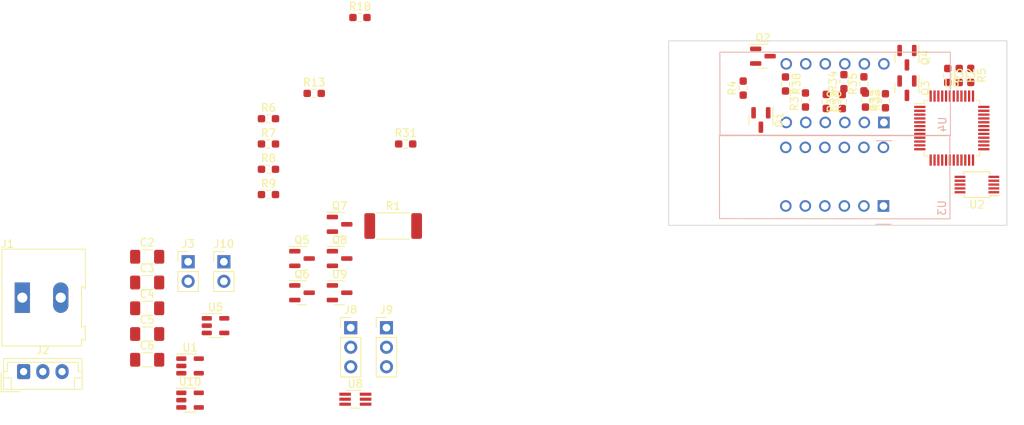
<source format=kicad_pcb>
(kicad_pcb (version 20221018) (generator pcbnew)
  (layers (0 "F.Cu" signal) (1 "In1.Cu" signal) (2 "In2.Cu" signal) (31 "B.Cu" signal) (34 "B.Paste" user) (35 "F.Paste" user) (36 "B.SilkS" user "B.Silkscreen") (37 "F.SilkS" user "F.Silkscreen") (38 "B.Mask" user) (39 "F.Mask" user) (44 "Edge.Cuts" user))
  (net 0 "")
  (net 1 "current_in_pos")
  (net 2 "current_in_neg")
  (net 3 "V_in_pos")
  (net 4 "0")
  (net 5 "PSU")
  (net 6 "Net-(Q1-B)")
  (net 7 "Net-(Q1-C)")
  (net 8 "Net-(Q2-B)")
  (net 9 "Net-(Q2-C)")
  (net 10 "Net-(Q3-B)")
  (net 11 "Net-(Q3-C)")
  (net 12 "Net-(Q4-B)")
  (net 13 "Net-(Q4-C)")
  (net 14 "Net-(Q5-B)")
  (net 15 "Net-(Q5-C)")
  (net 16 "Net-(Q6-B)")
  (net 17 "Net-(Q6-C)")
  (net 18 "Net-(Q7-B)")
  (net 19 "Net-(Q7-C)")
  (net 20 "Net-(Q8-B)")
  (net 21 "Net-(Q8-C)")
  (net 22 "CC4")
  (net 23 "CC3")
  (net 24 "CC2")
  (net 25 "CC1")
  (net 26 "CC8")
  (net 27 "CC7")
  (net 28 "CC6")
  (net 29 "CC5")
  (net 30 "3.3V")
  (net 31 "2.5V")
  (net 32 "CAL")
  (net 33 "STATE")
  (net 34 "I_OUT")
  (net 35 "Net-(U2-IN+)")
  (net 36 "Net-(U6-NRST)")
  (net 37 "Net-(J8-Pin_2)")
  (net 38 "USART_TX")
  (net 39 "USART_RX")
  (net 40 "E")
  (net 41 "D")
  (net 42 "DP")
  (net 43 "C")
  (net 44 "G")
  (net 45 "B")
  (net 46 "F")
  (net 47 "A")
  (net 48 "SWCLK")
  (net 49 "CNV_START")
  (net 50 "SPI_MOSI")
  (net 51 "SPI_CLK")
  (net 52 "SPI_MISO")
  (net 53 "VA_SEL")
  (net 54 "V_RANGE")
  (net 55 "Net-(U6-PB14)")
  (net 56 "Net-(U6-PB11)")
  (net 57 "Net-(U6-PB12)")
  (net 58 "Net-(U6-PA12)")
  (net 59 "V_IN_MUX")
  (net 61 "Net-(U6-PA9)")
  (net 62 "Net-(U6-PA10)")
  (net 63 "Net-(U6-PA11)")
  (net 64 "Net-(U6-PA8)")
  (net 74 "SWDIO")
  (net 75 "Net-(U5-+)")
  (net 76 "Net-(U5--)")
  (footprint "Package_QFP:LQFP-48_7x7mm_P0.5mm" (layer "F.Cu") (at 167.7375 45.65)
    (fp_text reference "U6" (at 0 -5.85) (layer "F.SilkS"))
    (fp_text value "STM32L010C6Tx")
    (fp_line (start -3.61 -3.61) (end -3.61 -3.16) (stroke (width 0.12)) (layer "F.SilkS"))
    (fp_line (start -3.61 -3.16) (end -4.9 -3.16) (stroke (width 0.12)) (layer "F.SilkS"))
    (fp_line (start -3.61 3.61) (end -3.61 3.16) (stroke (width 0.12)) (layer "F.SilkS"))
    (fp_line (start -3.16 -3.61) (end -3.61 -3.61) (stroke (width 0.12)) (layer "F.SilkS"))
    (fp_line (start -3.16 3.61) (end -3.61 3.61) (stroke (width 0.12)) (layer "F.SilkS"))
    (fp_line (start 3.16 -3.61) (end 3.61 -3.61) (stroke (width 0.12)) (layer "F.SilkS"))
    (fp_line (start 3.16 3.61) (end 3.61 3.61) (stroke (width 0.12)) (layer "F.SilkS"))
    (fp_line (start 3.61 -3.61) (end 3.61 -3.16) (stroke (width 0.12)) (layer "F.SilkS"))
    (fp_line (start 3.61 3.61) (end 3.61 3.16) (stroke (width 0.12)) (layer "F.SilkS"))
    (pad "1" smd roundrect (at -4.1625 -2.75) (size 1.475 0.3) (layers "F.Cu" "F.Paste" "F.Mask") (net 32 "CAL"))
    (pad "2" smd roundrect (at -4.1625 -2.25) (size 1.475 0.3) (layers "F.Cu" "F.Paste" "F.Mask") (net 33 "STATE"))
    (pad "3" smd roundrect (at -4.1625 -1.75) (size 1.475 0.3) (layers "F.Cu" "F.Paste" "F.Mask"))
    (pad "4" smd roundrect (at -4.1625 -1.25) (size 1.475 0.3) (layers "F.Cu" "F.Paste" "F.Mask"))
    (pad "5" smd roundrect (at -4.1625 -0.75) (size 1.475 0.3) (layers "F.Cu" "F.Paste" "F.Mask"))
    (pad "6" smd roundrect (at -4.1625 -0.25) (size 1.475 0.3) (layers "F.Cu" "F.Paste" "F.Mask"))
    (pad "7" smd roundrect (at -4.1625 0.25) (size 1.475 0.3) (layers "F.Cu" "F.Paste" "F.Mask") (net 36 "Net-(U6-NRST)"))
    (pad "8" smd roundrect (at -4.1625 0.75) (size 1.475 0.3) (layers "F.Cu" "F.Paste" "F.Mask") (net 4 "0"))
    (pad "9" smd roundrect (at -4.1625 1.25) (size 1.475 0.3) (layers "F.Cu" "F.Paste" "F.Mask") (net 30 "3.3V"))
    (pad "10" smd roundrect (at -4.1625 1.75) (size 1.475 0.3) (layers "F.Cu" "F.Paste" "F.Mask"))
    (pad "11" smd roundrect (at -4.1625 2.25) (size 1.475 0.3) (layers "F.Cu" "F.Paste" "F.Mask"))
    (pad "12" smd roundrect (at -4.1625 2.75) (size 1.475 0.3) (layers "F.Cu" "F.Paste" "F.Mask") (net 38 "USART_TX"))
    (pad "13" smd roundrect (at -2.75 4.1625) (size 0.3 1.475) (layers "F.Cu" "F.Paste" "F.Mask") (net 39 "USART_RX"))
    (pad "14" smd roundrect (at -2.25 4.1625) (size 0.3 1.475) (layers "F.Cu" "F.Paste" "F.Mask") (net 49 "CNV_START"))
    (pad "15" smd roundrect (at -1.75 4.1625) (size 0.3 1.475) (layers "F.Cu" "F.Paste" "F.Mask") (net 51 "SPI_CLK"))
    (pad "16" smd roundrect (at -1.25 4.1625) (size 0.3 1.475) (layers "F.Cu" "F.Paste" "F.Mask") (net 52 "SPI_MISO"))
    (pad "17" smd roundrect (at -0.75 4.1625) (size 0.3 1.475) (layers "F.Cu" "F.Paste" "F.Mask") (net 50 "SPI_MOSI"))
    (pad "18" smd roundrect (at -0.25 4.1625) (size 0.3 1.475) (layers "F.Cu" "F.Paste" "F.Mask") (net 29 "CC5"))
    (pad "19" smd roundrect (at 0.25 4.1625) (size 0.3 1.475) (layers "F.Cu" "F.Paste" "F.Mask") (net 28 "CC6"))
    (pad "20" smd roundrect (at 0.75 4.1625) (size 0.3 1.475) (layers "F.Cu" "F.Paste" "F.Mask") (net 27 "CC7"))
    (pad "21" smd roundrect (at 1.25 4.1625) (size 0.3 1.475) (layers "F.Cu" "F.Paste" "F.Mask") (net 26 "CC8"))
    (pad "22" smd roundrect (at 1.75 4.1625) (size 0.3 1.475) (layers "F.Cu" "F.Paste" "F.Mask") (net 56 "Net-(U6-PB11)"))
    (pad "23" smd roundrect (at 2.25 4.1625) (size 0.3 1.475) (layers "F.Cu" "F.Paste" "F.Mask") (net 4 "0"))
    (pad "24" smd roundrect (at 2.75 4.1625) (size 0.3 1.475) (layers "F.Cu" "F.Paste" "F.Mask") (net 30 "3.3V"))
    (pad "25" smd roundrect (at 4.1625 2.75) (size 1.475 0.3) (layers "F.Cu" "F.Paste" "F.Mask") (net 57 "Net-(U6-PB12)"))
    (pad "26" smd roundrect (at 4.1625 2.25) (size 1.475 0.3) (layers "F.Cu" "F.Paste" "F.Mask"))
    (pad "27" smd roundrect (at 4.1625 1.75) (size 1.475 0.3) (layers "F.Cu" "F.Paste" "F.Mask") (net 55 "Net-(U6-PB14)"))
    (pad "28" smd roundrect (at 4.1625 1.25) (size 1.475 0.3) (layers "F.Cu" "F.Paste" "F.Mask"))
    (pad "29" smd roundrect (at 4.1625 0.75) (size 1.475 0.3) (layers "F.Cu" "F.Paste" "F.Mask") (net 64 "Net-(U6-PA8)"))
    (pad "30" smd roundrect (at 4.1625 0.25) (size 1.475 0.3) (layers "F.Cu" "F.Paste" "F.Mask") (net 61 "Net-(U6-PA9)"))
    (pad "31" smd roundrect (at 4.1625 -0.25) (size 1.475 0.3) (layers "F.Cu" "F.Paste" "F.Mask") (net 62 "Net-(U6-PA10)"))
    (pad "32" smd roundrect (at 4.1625 -0.75) (size 1.475 0.3) (layers "F.Cu" "F.Paste" "F.Mask") (net 63 "Net-(U6-PA11)"))
    (pad "33" smd roundrect (at 4.1625 -1.25) (size 1.475 0.3) (layers "F.Cu" "F.Paste" "F.Mask") (net 58 "Net-(U6-PA12)"))
    (pad "34" smd roundrect (at 4.1625 -1.75) (size 1.475 0.3) (layers "F.Cu" "F.Paste" "F.Mask") (net 74 "SWDIO"))
    (pad "35" smd roundrect (at 4.1625 -2.25) (size 1.475 0.3) (layers "F.Cu" "F.Paste" "F.Mask") (net 4 "0"))
    (pad "36" smd roundrect (at 4.1625 -2.75) (size 1.475 0.3) (layers "F.Cu" "F.Paste" "F.Mask") (net 30 "3.3V"))
    (pad "37" smd roundrect (at 2.75 -4.1625) (size 0.3 1.475) (layers "F.Cu" "F.Paste" "F.Mask") (net 48 "SWCLK"))
    (pad "38" smd roundrect (at 2.25 -4.1625) (size 0.3 1.475) (layers "F.Cu" "F.Paste" "F.Mask"))
    (pad "39" smd roundrect (at 1.75 -4.1625) (size 0.3 1.475) (layers "F.Cu" "F.Paste" "F.Mask") (net 25 "CC1"))
    (pad "40" smd roundrect (at 1.25 -4.1625) (size 0.3 1.475) (layers "F.Cu" "F.Paste" "F.Mask") (net 24 "CC2"))
    (pad "41" smd roundrect (at 0.75 -4.1625) (size 0.3 1.475) (layers "F.Cu" "F.Paste" "F.Mask") (net 23 "CC3"))
    (pad "42" smd roundrect (at 0.25 -4.1625) (size 0.3 1.475) (layers "F.Cu" "F.Paste" "F.Mask") (net 53 "VA_SEL"))
    (pad "43" smd roundrect (at -0.25 -4.1625) (size 0.3 1.475) (layers "F.Cu" "F.Paste" "F.Mask") (net 54 "V_RANGE"))
    (pad "44" smd roundrect (at -0.75 -4.1625) (size 0.3 1.475) (layers "F.Cu" "F.Paste" "F.Mask") (net 37 "Net-(J8-Pin_2)"))
    (pad "45" smd roundrect (at -1.25 -4.1625) (size 0.3 1.475) (layers "F.Cu" "F.Paste" "F.Mask") (net 59 "V_IN_MUX"))
    (pad "46" smd roundrect (at -1.75 -4.1625) (size 0.3 1.475) (layers "F.Cu" "F.Paste" "F.Mask") (net 22 "CC4"))
    (pad "47" smd roundrect (at -2.25 -4.1625) (size 0.3 1.475) (layers "F.Cu" "F.Paste" "F.Mask") (net 4 "0"))
    (pad "48" smd roundrect (at -2.75 -4.1625) (size 0.3 1.475) (layers "F.Cu" "F.Paste" "F.Mask") (net 30 "3.3V"))
  )
  (footprint "Package_TO_SOT_SMD:SOT-23" (layer "F.Cu") (at 143.1625 36.3)
    (fp_text reference "Q2" (at 0 -2.4) (layer "F.SilkS"))
    (fp_text value "BC817")
    (fp_line (start 0 -1.56) (end -1.675 -1.56) (stroke (width 0.12)) (layer "F.SilkS"))
    (fp_line (start 0 -1.56) (end 0.65 -1.56) (stroke (width 0.12)) (layer "F.SilkS"))
    (fp_line (start 0 1.56) (end -0.65 1.56) (stroke (width 0.12)) (layer "F.SilkS"))
    (fp_line (start 0 1.56) (end 0.65 1.56) (stroke (width 0.12)) (layer "F.SilkS"))
    (pad "1" smd roundrect (at -0.9375 -0.95) (size 1.475 0.6) (layers "F.Cu" "F.Paste" "F.Mask") (net 8 "Net-(Q2-B)"))
    (pad "2" smd roundrect (at -0.9375 0.95) (size 1.475 0.6) (layers "F.Cu" "F.Paste" "F.Mask") (net 4 "0"))
    (pad "3" smd roundrect (at 0.9375 0) (size 1.475 0.6) (layers "F.Cu" "F.Paste" "F.Mask") (net 9 "Net-(Q2-C)"))
  )
  (footprint "Package_TO_SOT_SMD:SOT-23-5" (layer "F.Cu") (at 68.65 81.04)
    (fp_text reference "U10" (at 0 -2.4) (layer "F.SilkS"))
    (fp_text value "AP2112K-3.3")
    (fp_line (start 0 -1.56) (end -1.8 -1.56) (stroke (width 0.12)) (layer "F.SilkS"))
    (fp_line (start 0 -1.56) (end 0.8 -1.56) (stroke (width 0.12)) (layer "F.SilkS"))
    (fp_line (start 0 1.56) (end -0.8 1.56) (stroke (width 0.12)) (layer "F.SilkS"))
    (fp_line (start 0 1.56) (end 0.8 1.56) (stroke (width 0.12)) (layer "F.SilkS"))
    (pad "1" smd roundrect (at -1.1375 -0.95) (size 1.325 0.6) (layers "F.Cu" "F.Paste" "F.Mask") (net 5 "PSU"))
    (pad "2" smd roundrect (at -1.1375 0) (size 1.325 0.6) (layers "F.Cu" "F.Paste" "F.Mask") (net 4 "0"))
    (pad "3" smd roundrect (at -1.1375 0.95) (size 1.325 0.6) (layers "F.Cu" "F.Paste" "F.Mask") (net 30 "3.3V"))
    (pad "4" smd roundrect (at 1.1375 0.95) (size 1.325 0.6) (layers "F.Cu" "F.Paste" "F.Mask"))
    (pad "5" smd roundrect (at 1.1375 -0.95) (size 1.325 0.6) (layers "F.Cu" "F.Paste" "F.Mask") (net 30 "3.3V"))
  )
  (footprint "Package_TO_SOT_SMD:SOT-23" (layer "F.Cu") (at 88.1 62.62)
    (fp_text reference "Q8" (at 0 -2.4) (layer "F.SilkS"))
    (fp_text value "BC817")
    (fp_line (start 0 -1.56) (end -1.675 -1.56) (stroke (width 0.12)) (layer "F.SilkS"))
    (fp_line (start 0 -1.56) (end 0.65 -1.56) (stroke (width 0.12)) (layer "F.SilkS"))
    (fp_line (start 0 1.56) (end -0.65 1.56) (stroke (width 0.12)) (layer "F.SilkS"))
    (fp_line (start 0 1.56) (end 0.65 1.56) (stroke (width 0.12)) (layer "F.SilkS"))
    (pad "1" smd roundrect (at -0.9375 -0.95) (size 1.475 0.6) (layers "F.Cu" "F.Paste" "F.Mask") (net 20 "Net-(Q8-B)"))
    (pad "2" smd roundrect (at -0.9375 0.95) (size 1.475 0.6) (layers "F.Cu" "F.Paste" "F.Mask") (net 4 "0"))
    (pad "3" smd roundrect (at 0.9375 0) (size 1.475 0.6) (layers "F.Cu" "F.Paste" "F.Mask") (net 21 "Net-(Q8-C)"))
  )
  (footprint "Resistor_SMD:R_0603_1608Metric_Pad0.98x0.95mm_HandSolder" (layer "F.Cu") (at 153.7 39.6125 90)
    (fp_text reference "R34" (at 0 -1.43 90) (layer "F.SilkS"))
    (fp_text value "220")
    (fp_line (start -0.254724 -0.5225) (end 0.254724 -0.5225) (stroke (width 0.12)) (layer "F.SilkS"))
    (fp_line (start -0.254724 0.5225) (end 0.254724 0.5225) (stroke (width 0.12)) (layer "F.SilkS"))
    (pad "1" smd roundrect (at -0.9125 0 90) (size 0.975 0.95) (layers "F.Cu" "F.Paste" "F.Mask") (net 57 "Net-(U6-PB12)"))
    (pad "2" smd roundrect (at 0.9125 0 90) (size 0.975 0.95) (layers "F.Cu" "F.Paste" "F.Mask") (net 46 "F"))
  )
  (footprint "Package_TO_SOT_SMD:SOT-23" (layer "F.Cu") (at 161.9 36.5 -90)
    (fp_text reference "Q4" (at 0 -2.4 90) (layer "F.SilkS"))
    (fp_text value "BC817")
    (fp_line (start 0 -1.56) (end -1.675 -1.56) (stroke (width 0.12)) (layer "F.SilkS"))
    (fp_line (start 0 -1.56) (end 0.65 -1.56) (stroke (width 0.12)) (layer "F.SilkS"))
    (fp_line (start 0 1.56) (end -0.65 1.56) (stroke (width 0.12)) (layer "F.SilkS"))
    (fp_line (start 0 1.56) (end 0.65 1.56) (stroke (width 0.12)) (layer "F.SilkS"))
    (pad "1" smd roundrect (at -0.9375 -0.95 270) (size 1.475 0.6) (layers "F.Cu" "F.Paste" "F.Mask") (net 12 "Net-(Q4-B)"))
    (pad "2" smd roundrect (at -0.9375 0.95 270) (size 1.475 0.6) (layers "F.Cu" "F.Paste" "F.Mask") (net 4 "0"))
    (pad "3" smd roundrect (at 0.9375 0 270) (size 1.475 0.6) (layers "F.Cu" "F.Paste" "F.Mask") (net 13 "Net-(Q4-C)"))
  )
  (footprint "Resistor_SMD:R_0603_1608Metric_Pad0.98x0.95mm_HandSolder" (layer "F.Cu") (at 78.85 54.3)
    (fp_text reference "R9" (at 0 -1.43) (layer "F.SilkS"))
    (fp_text value "10k")
    (fp_line (start -0.254724 -0.5225) (end 0.254724 -0.5225) (stroke (width 0.12)) (layer "F.SilkS"))
    (fp_line (start -0.254724 0.5225) (end 0.254724 0.5225) (stroke (width 0.12)) (layer "F.SilkS"))
    (pad "1" smd roundrect (at -0.9125 0) (size 0.975 0.95) (layers "F.Cu" "F.Paste" "F.Mask") (net 20 "Net-(Q8-B)"))
    (pad "2" smd roundrect (at 0.9125 0) (size 0.975 0.95) (layers "F.Cu" "F.Paste" "F.Mask") (net 29 "CC5"))
  )
  (footprint "Resistor_SMD:R_0603_1608Metric_Pad0.98x0.95mm_HandSolder" (layer "F.Cu") (at 96.7 47.72)
    (fp_text reference "R31" (at 0 -1.43) (layer "F.SilkS"))
    (fp_text value "25.64k")
    (fp_line (start -0.254724 -0.5225) (end 0.254724 -0.5225) (stroke (width 0.12)) (layer "F.SilkS"))
    (fp_line (start -0.254724 0.5225) (end 0.254724 0.5225) (stroke (width 0.12)) (layer "F.SilkS"))
    (pad "1" smd roundrect (at -0.9125 0) (size 0.975 0.95) (layers "F.Cu" "F.Paste" "F.Mask") (net 75 "Net-(U5-+)"))
    (pad "2" smd roundrect (at 0.9125 0) (size 0.975 0.95) (layers "F.Cu" "F.Paste" "F.Mask") (net 4 "0"))
  )
  (footprint "Capacitor_SMD:C_1206_3216Metric_Pad1.33x1.80mm_HandSolder" (layer "F.Cu") (at 63.07 65.74)
    (fp_text reference "C3" (at 0 -1.85) (layer "F.SilkS"))
    (fp_text value "100n")
    (fp_line (start -0.711252 -0.91) (end 0.711252 -0.91) (stroke (width 0.12)) (layer "F.SilkS"))
    (fp_line (start -0.711252 0.91) (end 0.711252 0.91) (stroke (width 0.12)) (layer "F.SilkS"))
    (pad "1" smd roundrect (at -1.5625 0) (size 1.325 1.8) (layers "F.Cu" "F.Paste" "F.Mask") (roundrect_rratio 0.188679) (net 4 "0"))
    (pad "2" smd roundrect (at 1.5625 0) (size 1.325 1.8) (layers "F.Cu" "F.Paste" "F.Mask") (roundrect_rratio 0.188679) (net 30 "3.3V"))
  )
  (footprint "Resistor_SMD:R_0603_1608Metric_Pad0.98x0.95mm_HandSolder" (layer "F.Cu") (at 78.85 51.01)
    (fp_text reference "R8" (at 0 -1.43) (layer "F.SilkS"))
    (fp_text value "10k")
    (fp_line (start -0.254724 -0.5225) (end 0.254724 -0.5225) (stroke (width 0.12)) (layer "F.SilkS"))
    (fp_line (start -0.254724 0.5225) (end 0.254724 0.5225) (stroke (width 0.12)) (layer "F.SilkS"))
    (pad "1" smd roundrect (at -0.9125 0) (size 0.975 0.95) (layers "F.Cu" "F.Paste" "F.Mask") (net 18 "Net-(Q7-B)"))
    (pad "2" smd roundrect (at 0.9125 0) (size 0.975 0.95) (layers "F.Cu" "F.Paste" "F.Mask") (net 28 "CC6"))
  )
  (footprint "Resistor_SMD:R_0603_1608Metric_Pad0.98x0.95mm_HandSolder" (layer "F.Cu") (at 140.6 40.45 90)
    (fp_text reference "R4" (at 0 -1.43 90) (layer "F.SilkS"))
    (fp_text value "10k")
    (fp_line (start -0.254724 -0.5225) (end 0.254724 -0.5225) (stroke (width 0.12)) (layer "F.SilkS"))
    (fp_line (start -0.254724 0.5225) (end 0.254724 0.5225) (stroke (width 0.12)) (layer "F.SilkS"))
    (pad "1" smd roundrect (at -0.9125 0 90) (size 0.975 0.95) (layers "F.Cu" "F.Paste" "F.Mask") (net 6 "Net-(Q1-B)"))
    (pad "2" smd roundrect (at 0.9125 0 90) (size 0.975 0.95) (layers "F.Cu" "F.Paste" "F.Mask") (net 22 "CC4"))
  )
  (footprint "Resistor_SMD:R_0603_1608Metric_Pad0.98x0.95mm_HandSolder" (layer "F.Cu") (at 156.5 42.0125 -90)
    (fp_text reference "R33" (at 0 -1.43 90) (layer "F.SilkS"))
    (fp_text value "220")
    (fp_line (start -0.254724 -0.5225) (end 0.254724 -0.5225) (stroke (width 0.12)) (layer "F.SilkS"))
    (fp_line (start -0.254724 0.5225) (end 0.254724 0.5225) (stroke (width 0.12)) (layer "F.SilkS"))
    (pad "1" smd roundrect (at -0.9125 0 270) (size 0.975 0.95) (layers "F.Cu" "F.Paste" "F.Mask") (net 56 "Net-(U6-PB11)"))
    (pad "2" smd roundrect (at 0.9125 0 270) (size 0.975 0.95) (layers "F.Cu" "F.Paste" "F.Mask") (net 41 "D"))
  )
  (footprint "Connector_JST:JST_EH_B3B-EH-A_1x03_P2.50mm_Vertical" (layer "F.Cu") (at 47 77.33)
    (fp_text reference "J2" (at 2.5 -2.8) (layer "F.SilkS"))
    (fp_text value "Conn_01x03")
    (fp_line (start -2.91 0.11) (end -2.91 2.61) (stroke (width 0.12)) (layer "F.SilkS"))
    (fp_line (start -2.91 2.61) (end -0.41 2.61) (stroke (width 0.12)) (layer "F.SilkS"))
    (fp_line (start -2.61 -1.71) (end -2.61 2.31) (stroke (width 0.12)) (layer "F.SilkS"))
    (fp_line (start -2.61 0) (end -2.11 0) (stroke (width 0.12)) (layer "F.SilkS"))
    (fp_line (start -2.61 0.81) (end -1.61 0.81) (stroke (width 0.12)) (layer "F.SilkS"))
    (fp_line (start -2.61 2.31) (end 7.61 2.31) (stroke (width 0.12)) (layer "F.SilkS"))
    (fp_line (start -2.11 -1.21) (end 7.11 -1.21) (stroke (width 0.12)) (layer "F.SilkS"))
    (fp_line (start -2.11 0) (end -2.11 -1.21) (stroke (width 0.12)) (layer "F.SilkS"))
    (fp_line (start -1.61 0.81) (end -1.61 2.31) (stroke (width 0.12)) (layer "F.SilkS"))
    (fp_line (start 6.61 0.81) (end 6.61 2.31) (stroke (width 0.12)) (layer "F.SilkS"))
    (fp_line (start 7.11 -1.21) (end 7.11 0) (stroke (width 0.12)) (layer "F.SilkS"))
    (fp_line (start 7.11 0) (end 7.61 0) (stroke (width 0.12)) (layer "F.SilkS"))
    (fp_line (start 7.61 -1.71) (end -2.61 -1.71) (stroke (width 0.12)) (layer "F.SilkS"))
    (fp_line (start 7.61 0.81) (end 6.61 0.81) (stroke (width 0.12)) (layer "F.SilkS"))
    (fp_line (start 7.61 2.31) (end 7.61 -1.71) (stroke (width 0.12)) (layer "F.SilkS"))
    (pad "1" thru_hole roundrect (at 0 0) (size 1.7 1.95) (drill 0.95) (layers "*.Cu" "*.Mask") (roundrect_rratio 0.147059) (net 4 "0"))
    (pad "2" thru_hole oval (at 2.5 0) (size 1.7 1.95) (drill 0.95) (layers "*.Cu" "*.Mask") (net 5 "PSU"))
    (pad "3" thru_hole oval (at 5 0) (size 1.7 1.95) (drill 0.95) (layers "*.Cu" "*.Mask") (net 3 "V_in_pos"))
  )
  (footprint "Resistor_SMD:R_0603_1608Metric_Pad0.98x0.95mm_HandSolder" (layer "F.Cu") (at 78.85 44.43)
    (fp_text reference "R6" (at 0 -1.43) (layer "F.SilkS"))
    (fp_text value "10k")
    (fp_line (start -0.254724 -0.5225) (end 0.254724 -0.5225) (stroke (width 0.12)) (layer "F.SilkS"))
    (fp_line (start -0.254724 0.5225) (end 0.254724 0.5225) (stroke (width 0.12)) (layer "F.SilkS"))
    (pad "1" smd roundrect (at -0.9125 0) (size 0.975 0.95) (layers "F.Cu" "F.Paste" "F.Mask") (net 14 "Net-(Q5-B)"))
    (pad "2" smd roundrect (at 0.9125 0) (size 0.975 0.95) (layers "F.Cu" "F.Paste" "F.Mask") (net 26 "CC8"))
  )
  (footprint "Capacitor_SMD:C_1206_3216Metric_Pad1.33x1.80mm_HandSolder" (layer "F.Cu") (at 63.07 69.09)
    (fp_text reference "C4" (at 0 -1.85) (layer "F.SilkS"))
    (fp_text value "100n")
    (fp_line (start -0.711252 -0.91) (end 0.711252 -0.91) (stroke (width 0.12)) (layer "F.SilkS"))
    (fp_line (start -0.711252 0.91) (end 0.711252 0.91) (stroke (width 0.12)) (layer "F.SilkS"))
    (pad "1" smd roundrect (at -1.5625 0) (size 1.325 1.8) (layers "F.Cu" "F.Paste" "F.Mask") (roundrect_rratio 0.188679) (net 4 "0"))
    (pad "2" smd roundrect (at 1.5625 0) (size 1.325 1.8) (layers "F.Cu" "F.Paste" "F.Mask") (roundrect_rratio 0.188679) (net 30 "3.3V"))
  )
  (footprint "Package_TO_SOT_SMD:SOT-23" (layer "F.Cu") (at 83.21 62.62)
    (fp_text reference "Q5" (at 0 -2.4) (layer "F.SilkS"))
    (fp_text value "BC817")
    (fp_line (start 0 -1.56) (end -1.675 -1.56) (stroke (width 0.12)) (layer "F.SilkS"))
    (fp_line (start 0 -1.56) (end 0.65 -1.56) (stroke (width 0.12)) (layer "F.SilkS"))
    (fp_line (start 0 1.56) (end -0.65 1.56) (stroke (width 0.12)) (layer "F.SilkS"))
    (fp_line (start 0 1.56) (end 0.65 1.56) (stroke (width 0.12)) (layer "F.SilkS"))
    (pad "1" smd roundrect (at -0.9375 -0.95) (size 1.475 0.6) (layers "F.Cu" "F.Paste" "F.Mask") (net 14 "Net-(Q5-B)"))
    (pad "2" smd roundrect (at -0.9375 0.95) (size 1.475 0.6) (layers "F.Cu" "F.Paste" "F.Mask") (net 4 "0"))
    (pad "3" smd roundrect (at 0.9375 0) (size 1.475 0.6) (layers "F.Cu" "F.Paste" "F.Mask") (net 15 "Net-(Q5-C)"))
  )
  (footprint "Package_TO_SOT_SMD:SOT-23-5" (layer "F.Cu") (at 68.65 76.59)
    (fp_text reference "U1" (at 0 -2.4) (layer "F.SilkS"))
    (fp_text value "INA180A1")
    (fp_line (start 0 -1.56) (end -1.8 -1.56) (stroke (width 0.12)) (layer "F.SilkS"))
    (fp_line (start 0 -1.56) (end 0.8 -1.56) (stroke (width 0.12)) (layer "F.SilkS"))
    (fp_line (start 0 1.56) (end -0.8 1.56) (stroke (width 0.12)) (layer "F.SilkS"))
    (fp_line (start 0 1.56) (end 0.8 1.56) (stroke (width 0.12)) (layer "F.SilkS"))
    (pad "1" smd roundrect (at -1.1375 -0.95) (size 1.325 0.6) (layers "F.Cu" "F.Paste" "F.Mask") (net 34 "I_OUT"))
    (pad "2" smd roundrect (at -1.1375 0) (size 1.325 0.6) (layers "F.Cu" "F.Paste" "F.Mask") (net 4 "0"))
    (pad "3" smd roundrect (at -1.1375 0.95) (size 1.325 0.6) (layers "F.Cu" "F.Paste" "F.Mask") (net 1 "current_in_pos"))
    (pad "4" smd roundrect (at 1.1375 0.95) (size 1.325 0.6) (layers "F.Cu" "F.Paste" "F.Mask") (net 2 "current_in_neg"))
    (pad "5" smd roundrect (at 1.1375 -0.95) (size 1.325 0.6) (layers "F.Cu" "F.Paste" "F.Mask") (net 30 "3.3V"))
  )
  (footprint "Capacitor_SMD:C_1206_3216Metric_Pad1.33x1.80mm_HandSolder" (layer "F.Cu") (at 63.07 75.79)
    (fp_text reference "C6" (at 0 -1.85) (layer "F.SilkS"))
    (fp_text value "100n")
    (fp_line (start -0.711252 -0.91) (end 0.711252 -0.91) (stroke (width 0.12)) (layer "F.SilkS"))
    (fp_line (start -0.711252 0.91) (end 0.711252 0.91) (stroke (width 0.12)) (layer "F.SilkS"))
    (pad "1" smd roundrect (at -1.5625 0) (size 1.325 1.8) (layers "F.Cu" "F.Paste" "F.Mask") (roundrect_rratio 0.188679) (net 4 "0"))
    (pad "2" smd roundrect (at 1.5625 0) (size 1.325 1.8) (layers "F.Cu" "F.Paste" "F.Mask") (roundrect_rratio 0.188679) (net 30 "3.3V"))
  )
  (footprint "Resistor_SMD:R_0603_1608Metric_Pad0.98x0.95mm_HandSolder" (layer "F.Cu") (at 159.1 42.1 90)
    (fp_text reference "R32" (at 0 -1.43 90) (layer "F.SilkS"))
    (fp_text value "220")
    (fp_line (start -0.254724 -0.5225) (end 0.254724 -0.5225) (stroke (width 0.12)) (layer "F.SilkS"))
    (fp_line (start -0.254724 0.5225) (end 0.254724 0.5225) (stroke (width 0.12)) (layer "F.SilkS"))
    (pad "1" smd roundrect (at -0.9125 0 90) (size 0.975 0.95) (layers "F.Cu" "F.Paste" "F.Mask") (net 40 "E"))
    (pad "2" smd roundrect (at 0.9125 0 90) (size 0.975 0.95) (layers "F.Cu" "F.Paste" "F.Mask") (net 55 "Net-(U6-PB14)"))
  )
  (footprint "Resistor_SMD:R_0603_1608Metric_Pad0.98x0.95mm_HandSolder" (layer "F.Cu") (at 170.2 38.8 -90)
    (fp_text reference "R5" (at 0 -1.43 90) (layer "F.SilkS"))
    (fp_text value "10k")
    (fp_line (start -0.254724 -0.5225) (end 0.254724 -0.5225) (stroke (width 0.12)) (layer "F.SilkS"))
    (fp_line (start -0.254724 0.5225) (end 0.254724 0.5225) (stroke (width 0.12)) (layer "F.SilkS"))
    (pad "1" smd roundrect (at -0.9125 0 270) (size 0.975 0.95) (layers "F.Cu" "F.Paste" "F.Mask") (net 12 "Net-(Q4-B)"))
    (pad "2" smd roundrect (at 0.9125 0 270) (size 0.975 0.95) (layers "F.Cu" "F.Paste" "F.Mask") (net 25 "CC1"))
  )
  (footprint "Resistor_SMD:R_0603_1608Metric_Pad0.98x0.95mm_HandSolder" (layer "F.Cu") (at 84.8 41.14)
    (fp_text reference "R13" (at 0 -1.43) (layer "F.SilkS"))
    (fp_text value "900k")
    (fp_line (start -0.254724 -0.5225) (end 0.254724 -0.5225) (stroke (width 0.12)) (layer "F.SilkS"))
    (fp_line (start -0.254724 0.5225) (end 0.254724 0.5225) (stroke (width 0.12)) (layer "F.SilkS"))
    (pad "1" smd roundrect (at -0.9125 0) (size 0.975 0.95) (layers "F.Cu" "F.Paste" "F.Mask") (net 30 "3.3V"))
    (pad "2" smd roundrect (at 0.9125 0) (size 0.975 0.95) (layers "F.Cu" "F.Paste" "F.Mask") (net 31 "2.5V"))
  )
  (footprint "Package_TO_SOT_SMD:SOT-23" (layer "F.Cu") (at 88.1 67.07)
    (fp_text reference "U9" (at 0 -2.4) (layer "F.SilkS"))
    (fp_text value "LM4040DBZ-2.5")
    (fp_line (start 0 -1.56) (end -1.675 -1.56) (stroke (width 0.12)) (layer "F.SilkS"))
    (fp_line (start 0 -1.56) (end 0.65 -1.56) (stroke (width 0.12)) (layer "F.SilkS"))
    (fp_line (start 0 1.56) (end -0.65 1.56) (stroke (width 0.12)) (layer "F.SilkS"))
    (fp_line (start 0 1.56) (end 0.65 1.56) (stroke (width 0.12)) (layer "F.SilkS"))
    (pad "1" smd roundrect (at -0.9375 -0.95) (size 1.475 0.6) (layers "F.Cu" "F.Paste" "F.Mask") (net 31 "2.5V"))
    (pad "2" smd roundrect (at -0.9375 0.95) (size 1.475 0.6) (layers "F.Cu" "F.Paste" "F.Mask") (net 4 "0"))
    (pad "3" smd roundrect (at 0.9375 0) (size 1.475 0.6) (layers "F.Cu" "F.Paste" "F.Mask"))
  )
  (footprint "Package_SO:MSOP-10_3x3mm_P0.5mm" (layer "F.Cu") (at 171 53 180)
    (fp_text reference "U2" (at 0 -2.6) (layer "F.SilkS"))
    (fp_text value "MCP33151D-05")
    (fp_line (start -1.675 -1.675) (end -1.675 -1.45) (stroke (width 0.15)) (layer "F.SilkS"))
    (fp_line (start -1.675 -1.675) (end 1.675 -1.675) (stroke (width 0.15)) (layer "F.SilkS"))
    (fp_line (start -1.675 -1.45) (end -2.9 -1.45) (stroke (width 0.15)) (layer "F.SilkS"))
    (fp_line (start -1.675 1.675) (end -1.675 1.375) (stroke (width 0.15)) (layer "F.SilkS"))
    (fp_line (start -1.675 1.675) (end 1.675 1.675) (stroke (width 0.15)) (layer "F.SilkS"))
    (fp_line (start 1.675 -1.675) (end 1.675 -1.375) (stroke (width 0.15)) (layer "F.SilkS"))
    (fp_line (start 1.675 1.675) (end 1.675 1.375) (stroke (width 0.15)) (layer "F.SilkS"))
    (pad "1" smd rect (at -2.2 -1 180) (size 1.4 0.3) (layers "F.Cu" "F.Paste" "F.Mask") (net 31 "2.5V"))
    (pad "2" smd rect (at -2.2 -0.5 180) (size 1.4 0.3) (layers "F.Cu" "F.Paste" "F.Mask") (net 30 "3.3V"))
    (pad "3" smd rect (at -2.2 0 180) (size 1.4 0.3) (layers "F.Cu" "F.Paste" "F.Mask") (net 35 "Net-(U2-IN+)"))
    (pad "4" smd rect (at -2.2 0.5 180) (size 1.4 0.3) (layers "F.Cu" "F.Paste" "F.Mask") (net 4 "0"))
    (pad "5" smd rect (at -2.2 1 180) (size 1.4 0.3) (layers "F.Cu" "F.Paste" "F.Mask") (net 4 "0"))
    (pad "6" smd rect (at 2.2 1 180) (size 1.4 0.3) (layers "F.Cu" "F.Paste" "F.Mask") (net 49 "CNV_START"))
    (pad "7" smd rect (at 2.2 0.5 180) (size 1.4 0.3) (layers "F.Cu" "F.Paste" "F.Mask") (net 50 "SPI_MOSI"))
    (pad "8" smd rect (at 2.2 0 180) (size 1.4 0.3) (layers "F.Cu" "F.Paste" "F.Mask") (net 51 "SPI_CLK"))
    (pad "9" smd rect (at 2.2 -0.5 180) (size 1.4 0.3) (layers "F.Cu" "F.Paste" "F.Mask") (net 52 "SPI_MISO"))
    (pad "10" smd rect (at 2.2 -1 180) (size 1.4 0.3) (layers "F.Cu" "F.Paste" "F.Mask") (net 30 "3.3V"))
  )
  (footprint "Connector_PinHeader_2.54mm:PinHeader_1x03_P2.54mm_Vertical" (layer "F.Cu") (at 89.55 71.62)
    (fp_text reference "J8" (at 0 -2.33) (layer "F.SilkS"))
    (fp_text value "Conn_01x03_Pin")
    (fp_line (start -1.33 -1.33) (end 0 -1.33) (stroke (width 0.12)) (layer "F.SilkS"))
    (fp_line (start -1.33 0) (end -1.33 -1.33) (stroke (width 0.12)) (layer "F.SilkS"))
    (fp_line (start -1.33 1.27) (end -1.33 6.41) (stroke (width 0.12)) (layer "F.SilkS"))
    (fp_line (start -1.33 1.27) (end 1.33 1.27) (stroke (width 0.12)) (layer "F.SilkS"))
    (fp_line (start -1.33 6.41) (end 1.33 6.41) (stroke (width 0.12)) (layer "F.SilkS"))
    (fp_line (start 1.33 1.27) (end 1.33 6.41) (stroke (width 0.12)) (layer "F.SilkS"))
    (pad "1" thru_hole rect (at 0 0) (size 1.7 1.7) (drill 1) (layers "*.Cu" "*.Mask") (net 30 "3.3V"))
    (pad "2" thru_hole oval (at 0 2.54) (size 1.7 1.7) (drill 1) (layers "*.Cu" "*.Mask") (net 37 "Net-(J8-Pin_2)"))
    (pad "3" thru_hole oval (at 0 5.08) (size 1.7 1.7) (drill 1) (layers "*.Cu" "*.Mask") (net 4 "0"))
  )
  (footprint "Resistor_SMD:R_0603_1608Metric_Pad0.98x0.95mm_HandSolder" (layer "F.Cu") (at 146.1 39.9125 -90)
    (fp_text reference "R38" (at 0 -1.43 90) (layer "F.SilkS"))
    (fp_text value "220")
    (fp_line (start -0.254724 -0.5225) (end 0.254724 -0.5225) (stroke (width 0.12)) (layer "F.SilkS"))
    (fp_line (start -0.254724 0.5225) (end 0.254724 0.5225) (stroke (width 0.12)) (layer "F.SilkS"))
    (pad "1" smd roundrect (at -0.9125 0 270) (size 0.975 0.95) (layers "F.Cu" "F.Paste" "F.Mask") (net 45 "B"))
    (pad "2" smd roundrect (at 0.9125 0 270) (size 0.975 0.95) (layers "F.Cu" "F.Paste" "F.Mask") (net 63 "Net-(U6-PA11)"))
  )
  (footprint "Package_TO_SOT_SMD:SOT-23" (layer "F.Cu") (at 88.1 58.17)
    (fp_text reference "Q7" (at 0 -2.4) (layer "F.SilkS"))
    (fp_text value "BC817")
    (fp_line (start 0 -1.56) (end -1.675 -1.56) (stroke (width 0.12)) (layer "F.SilkS"))
    (fp_line (start 0 -1.56) (end 0.65 -1.56) (stroke (width 0.12)) (layer "F.SilkS"))
    (fp_line (start 0 1.56) (end -0.65 1.56) (stroke (width 0.12)) (layer "F.SilkS"))
    (fp_line (start 0 1.56) (end 0.65 1.56) (stroke (width 0.12)) (layer "F.SilkS"))
    (pad "1" smd roundrect (at -0.9375 -0.95) (size 1.475 0.6) (layers "F.Cu" "F.Paste" "F.Mask") (net 18 "Net-(Q7-B)"))
    (pad "2" smd roundrect (at -0.9375 0.95) (size 1.475 0.6) (layers "F.Cu" "F.Paste" "F.Mask") (net 4 "0"))
    (pad "3" smd roundrect (at 0.9375 0) (size 1.475 0.6) (layers "F.Cu" "F.Paste" "F.Mask") (net 19 "Net-(Q7-C)"))
  )
  (footprint "Resistor_SMD:R_0603_1608Metric_Pad0.98x0.95mm_HandSolder" (layer "F.Cu") (at 90.75 31.27)
    (fp_text reference "R18" (at 0 -1.43) (layer "F.SilkS"))
    (fp_text value "1Meg")
    (fp_line (start -0.254724 -0.5225) (end 0.254724 -0.5225) (stroke (width 0.12)) (layer "F.SilkS"))
    (fp_line (start -0.254724 0.5225) (end 0.254724 0.5225) (stroke (width 0.12)) (layer "F.SilkS"))
    (pad "1" smd roundrect (at -0.9125 0) (size 0.975 0.95) (layers "F.Cu" "F.Paste" "F.Mask") (net 3 "V_in_pos"))
    (pad "2" smd roundrect (at 0.9125 0) (size 0.975 0.95) (layers "F.Cu" "F.Paste" "F.Mask") (net 75 "Net-(U5-+)"))
  )
  (footprint "Resistor_SMD:R_0603_1608Metric_Pad0.98x0.95mm_HandSolder" (layer "F.Cu") (at 148.7 42 90)
    (fp_text reference "R37" (at 0 -1.43 90) (layer "F.SilkS"))
    (fp_text value "220")
    (fp_line (start -0.254724 -0.5225) (end 0.254724 -0.5225) (stroke (width 0.12)) (layer "F.SilkS"))
    (fp_line (start -0.254724 0.5225) (end 0.254724 0.5225) (stroke (width 0.12)) (layer "F.SilkS"))
    (pad "1" smd roundrect (at -0.9125 0 90) (size 0.975 0.95) (layers "F.Cu" "F.Paste" "F.Mask") (net 44 "G"))
    (pad "2" smd roundrect (at 0.9125 0 90) (size 0.975 0.95) (layers "F.Cu" "F.Paste" "F.Mask") (net 62 "Net-(U6-PA10)"))
  )
  (footprint "Connector_PinHeader_2.54mm:PinHeader_1x02_P2.54mm_Vertical" (layer "F.Cu") (at 68.4 63.04)
    (fp_text reference "J3" (at 0 -2.33) (layer "F.SilkS"))
    (fp_text value "Conn_01x02_Socket")
    (fp_line (start -1.33 -1.33) (end 0 -1.33) (stroke (width 0.12)) (layer "F.SilkS"))
    (fp_line (start -1.33 0) (end -1.33 -1.33) (stroke (width 0.12)) (layer "F.SilkS"))
    (fp_line (start -1.33 1.27) (end -1.33 3.87) (stroke (width 0.12)) (layer "F.SilkS"))
    (fp_line (start -1.33 1.27) (end 1.33 1.27) (stroke (width 0.12)) (layer "F.SilkS"))
    (fp_line (start -1.33 3.87) (end 1.33 3.87) (stroke (width 0.12)) (layer "F.SilkS"))
    (fp_line (start 1.33 1.27) (end 1.33 3.87) (stroke (width 0.12)) (layer "F.SilkS"))
    (pad "1" thru_hole rect (at 0 0) (size 1.7 1.7) (drill 1) (layers "*.Cu" "*.Mask") (net 32 "CAL"))
    (pad "2" thru_hole oval (at 0 2.54) (size 1.7 1.7) (drill 1) (layers "*.Cu" "*.Mask") (net 33 "STATE"))
  )
  (footprint "Resistor_SMD:R_0603_1608Metric_Pad0.98x0.95mm_HandSolder" (layer "F.Cu") (at 168.7 38.8125 -90)
    (fp_text reference "R2" (at 0 -1.43 90) (layer "F.SilkS"))
    (fp_text value "10k")
    (fp_line (start -0.254724 -0.5225) (end 0.254724 -0.5225) (stroke (width 0.12)) (layer "F.SilkS"))
    (fp_line (start -0.254724 0.5225) (end 0.254724 0.5225) (stroke (width 0.12)) (layer "F.SilkS"))
    (pad "1" smd roundrect (at -0.9125 0 270) (size 0.975 0.95) (layers "F.Cu" "F.Paste" "F.Mask") (net 10 "Net-(Q3-B)"))
    (pad "2" smd roundrect (at 0.9125 0 270) (size 0.975 0.95) (layers "F.Cu" "F.Paste" "F.Mask") (net 24 "CC2"))
  )
  (footprint "Capacitor_SMD:C_1206_3216Metric_Pad1.33x1.80mm_HandSolder" (layer "F.Cu") (at 63.07 72.44)
    (fp_text reference "C5" (at 0 -1.85) (layer "F.SilkS"))
    (fp_text value "100n")
    (fp_line (start -0.711252 -0.91) (end 0.711252 -0.91) (stroke (width 0.12)) (layer "F.SilkS"))
    (fp_line (start -0.711252 0.91) (end 0.711252 0.91) (stroke (width 0.12)) (layer "F.SilkS"))
    (pad "1" smd roundrect (at -1.5625 0) (size 1.325 1.8) (layers "F.Cu" "F.Paste" "F.Mask") (roundrect_rratio 0.188679) (net 4 "0"))
    (pad "2" smd roundrect (at 1.5625 0) (size 1.325 1.8) (layers "F.Cu" "F.Paste" "F.Mask") (roundrect_rratio 0.188679) (net 30 "3.3V"))
  )
  (footprint "Package_TO_SOT_SMD:SOT-23" (layer "F.Cu") (at 161.9 40.4625 -90)
    (fp_text reference "Q3" (at 0 -2.4 90) (layer "F.SilkS"))
    (fp_text value "BC817")
    (fp_line (start 0 -1.56) (end -1.675 -1.56) (stroke (width 0.12)) (layer "F.SilkS"))
    (fp_line (start 0 -1.56) (end 0.65 -1.56) (stroke (width 0.12)) (layer "F.SilkS"))
    (fp_line (start 0 1.56) (end -0.65 1.56) (stroke (width 0.12)) (layer "F.SilkS"))
    (fp_line (start 0 1.56) (end 0.65 1.56) (stroke (width 0.12)) (layer "F.SilkS"))
    (pad "1" smd roundrect (at -0.9375 -0.95 270) (size 1.475 0.6) (layers "F.Cu" "F.Paste" "F.Mask") (net 10 "Net-(Q3-B)"))
    (pad "2" smd roundrect (at -0.9375 0.95 270) (size 1.475 0.6) (layers "F.Cu" "F.Paste" "F.Mask") (net 4 "0"))
    (pad "3" smd roundrect (at 0.9375 0 270) (size 1.475 0.6) (layers "F.Cu" "F.Paste" "F.Mask") (net 11 "Net-(Q3-C)"))
  )
  (footprint "Resistor_SMD:R_0603_1608Metric_Pad0.98x0.95mm_HandSolder" (layer "F.Cu") (at 151.4 42.1875 -90)
    (fp_text reference "R36" (at 0 -1.43 90) (layer "F.SilkS"))
    (fp_text value "220")
    (fp_line (start -0.254724 -0.5225) (end 0.254724 -0.5225) (stroke (width 0.12)) (layer "F.SilkS"))
    (fp_line (start -0.254724 0.5225) (end 0.254724 0.5225) (stroke (width 0.12)) (layer "F.SilkS"))
    (pad "1" smd roundrect (at -0.9125 0 270) (size 0.975 0.95) (layers "F.Cu" "F.Paste" "F.Mask") (net 61 "Net-(U6-PA9)"))
    (pad "2" smd roundrect (at 0.9125 0 270) (size 0.975 0.95) (layers "F.Cu" "F.Paste" "F.Mask") (net 43 "C"))
  )
  (footprint "Package_TO_SOT_SMD:SOT-23" (layer "F.Cu") (at 142.9 44.6 -90)
    (fp_text reference "Q1" (at 0 -2.4 90) (layer "F.SilkS"))
    (fp_text value "BC817")
    (fp_line (start 0 -1.56) (end -1.675 -1.56) (stroke (width 0.12)) (layer "F.SilkS"))
    (fp_line (start 0 -1.56) (end 0.65 -1.56) (stroke (width 0.12)) (layer "F.SilkS"))
    (fp_line (start 0 1.56) (end -0.65 1.56) (stroke (width 0.12)) (layer "F.SilkS"))
    (fp_line (start 0 1.56) (end 0.65 1.56) (stroke (width 0.12)) (layer "F.SilkS"))
    (pad "1" smd roundrect (at -0.9375 -0.95 270) (size 1.475 0.6) (layers "F.Cu" "F.Paste" "F.Mask") (net 6 "Net-(Q1-B)"))
    (pad "2" smd roundrect (at -0.9375 0.95 270) (size 1.475 0.6) (layers "F.Cu" "F.Paste" "F.Mask") (net 4 "0"))
    (pad "3" smd roundrect (at 0.9375 0 270) (size 1.475 0.6) (layers "F.Cu" "F.Paste" "F.Mask") (net 7 "Net-(Q1-C)"))
  )
  (footprint "Resistor_SMD:R_0603_1608Metric_Pad0.98x0.95mm_HandSolder" (layer "F.Cu") (at 156.3 39.9 90)
    (fp_text reference "R35" (at 0 -1.43 90) (layer "F.SilkS"))
    (fp_text value "220")
    (fp_line (start -0.254724 -0.5225) (end 0.254724 -0.5225) (stroke (width 0.12)) (layer "F.SilkS"))
    (fp_line (start -0.254724 0.5225) (end 0.254724 0.5225) (stroke (width 0.12)) (layer "F.SilkS"))
    (pad "1" smd roundrect (at -0.9125 0 90) (size 0.975 0.95) (layers "F.Cu" "F.Paste" "F.Mask") (net 58 "Net-(U6-PA12)"))
    (pad "2" smd roundrect (at 0.9125 0 90) (size 0.975 0.95) (layers "F.Cu" "F.Paste" "F.Mask") (net 47 "A"))
  )
  (footprint "Capacitor_SMD:C_1206_3216Metric_Pad1.33x1.80mm_HandSolder" (layer "F.Cu") (at 63.07 62.39)
    (fp_text reference "C2" (at 0 -1.85) (layer "F.SilkS"))
    (fp_text value "100n")
    (fp_line (start -0.711252 -0.91) (end 0.711252 -0.91) (stroke (width 0.12)) (layer "F.SilkS"))
    (fp_line (start -0.711252 0.91) (end 0.711252 0.91) (stroke (width 0.12)) (layer "F.SilkS"))
    (pad "1" smd roundrect (at -1.5625 0) (size 1.325 1.8) (layers "F.Cu" "F.Paste" "F.Mask") (roundrect_rratio 0.188679) (net 4 "0"))
    (pad "2" smd roundrect (at 1.5625 0) (size 1.325 1.8) (layers "F.Cu" "F.Paste" "F.Mask") (roundrect_rratio 0.188679) (net 36 "Net-(U6-NRST)"))
  )
  (footprint "Connector_PinHeader_2.54mm:PinHeader_1x03_P2.54mm_Vertical" (layer "F.Cu") (at 94.2 71.62)
    (fp_text reference "J9" (at 0 -2.33) (layer "F.SilkS"))
    (fp_text value "Conn_01x03_Pin")
    (fp_line (start -1.33 -1.33) (end 0 -1.33) (stroke (width 0.12)) (layer "F.SilkS"))
    (fp_line (start -1.33 0) (end -1.33 -1.33) (stroke (width 0.12)) (layer "F.SilkS"))
    (fp_line (start -1.33 1.27) (end -1.33 6.41) (stroke (width 0.12)) (layer "F.SilkS"))
    (fp_line (start -1.33 1.27) (end 1.33 1.27) (stroke (width 0.12)) (layer "F.SilkS"))
    (fp_line (start -1.33 6.41) (end 1.33 6.41) (stroke (width 0.12)) (layer "F.SilkS"))
    (fp_line (start 1.33 1.27) (end 1.33 6.41) (stroke (width 0.12)) (layer "F.SilkS"))
    (pad "1" thru_hole rect (at 0 0) (size 1.7 1.7) (drill 1) (layers "*.Cu" "*.Mask") (net 4 "0"))
    (pad "2" thru_hole oval (at 0 2.54) (size 1.7 1.7) (drill 1) (layers "*.Cu" "*.Mask") (net 48 "SWCLK"))
    (pad "3" thru_hole oval (at 0 5.08) (size 1.7 1.7) (drill 1) (layers "*.Cu" "*.Mask") (net 74 "SWDIO"))
  )
  (footprint "TerminalBlock:TerminalBlock_Altech_AK300-2_P5.00mm" (layer "F.Cu") (at 46.83 67.71)
    (fp_text reference "J1" (at -1.92 -6.99) (layer "F.SilkS"))
    (fp_text value "Conn_01x02")
    (fp_line (start -2.65 -6.3) (end -2.65 6.3) (stroke (width 0.12)) (layer "F.SilkS"))
    (fp_line (start -2.65 6.3) (end 7.7 6.3) (stroke (width 0.12)) (layer "F.SilkS"))
    (fp_line (start 7.7 -1.5) (end 8.2 -1.2) (stroke (width 0.12)) (layer "F.SilkS"))
    (fp_line (start 7.7 3.9) (end 7.7 -1.5) (stroke (width 0.12)) (layer "F.SilkS"))
    (fp_line (start 7.7 5.35) (end 8.2 5.6) (stroke (width 0.12)) (layer "F.SilkS"))
    (fp_line (start 7.7 6.3) (end 7.7 5.35) (stroke (width 0.12)) (layer "F.SilkS"))
    (fp_line (start 8.2 -6.3) (end -2.65 -6.3) (stroke (width 0.12)) (layer "F.SilkS"))
    (fp_line (start 8.2 -1.2) (end 8.2 -6.3) (stroke (width 0.12)) (layer "F.SilkS"))
    (fp_line (start 8.2 3.65) (end 7.7 3.9) (stroke (width 0.12)) (layer "F.SilkS"))
    (fp_line (start 8.2 3.7) (end 8.2 3.65) (stroke (width 0.12)) (layer "F.SilkS"))
    (fp_line (start 8.2 5.6) (end 8.2 3.7) (stroke (width 0.12)) (layer "F.SilkS"))
    (pad "1" thru_hole rect (at 0 0) (size 1.98 3.96) (drill 1.32) (layers "*.Cu" "*.Mask") (net 1 "current_in_pos"))
    (pad "2" thru_hole oval (at 5 0) (size 1.98 3.96) (drill 1.32) (layers "*.Cu" "*.Mask") (net 2 "current_in_neg"))
  )
  (footprint "Resistor_SMD:R_2512_6332Metric_Pad1.40x3.35mm_HandSolder" (layer "F.Cu") (at 95.07 58.39)
    (fp_text reference "R1" (at 0 -2.62) (layer "F.SilkS"))
    (fp_text value "50m")
    (fp_line (start -2.177064 -1.71) (end 2.177064 -1.71) (stroke (width 0.12)) (layer "F.SilkS"))
    (fp_line (start -2.177064 1.71) (end 2.177064 1.71) (stroke (width 0.12)) (layer "F.SilkS"))
    (pad "1" smd roundrect (at -3.05 0) (size 1.4 3.35) (layers "F.Cu" "F.Paste" "F.Mask") (roundrect_rratio 0.178571) (net 1 "current_in_pos"))
    (pad "2" smd roundrect (at 3.05 0) (size 1.4 3.35) (layers "F.Cu" "F.Paste" "F.Mask") (roundrect_rratio 0.178571) (net 2 "current_in_neg"))
  )
  (footprint "Package_TO_SOT_SMD:SOT-363_SC-70-6_Handsoldering" (layer "F.Cu") (at 90.15 80.92)
    (fp_text reference "U8" (at 0 -2) (layer "F.SilkS"))
    (fp_text value "74LVC1G3157")
    (fp_line (start -0.7 1.16) (end 0.7 1.16) (stroke (width 0.12)) (layer "F.SilkS"))
    (fp_line (start 0.7 -1.16) (end -1.2 -1.16) (stroke (width 0.12)) (layer "F.SilkS"))
    (pad "1" smd rect (at -1.33 -0.65) (size 1.5 0.4) (layers "F.Cu" "F.Paste" "F.Mask") (net 34 "I_OUT"))
    (pad "2" smd rect (at -1.33 0) (size 1.5 0.4) (layers "F.Cu" "F.Paste" "F.Mask") (net 4 "0"))
    (pad "3" smd rect (at -1.33 0.65) (size 1.5 0.4) (layers "F.Cu" "F.Paste" "F.Mask") (net 76 "Net-(U5--)"))
    (pad "4" smd rect (at 1.33 0.65) (size 1.5 0.4) (layers "F.Cu" "F.Paste" "F.Mask") (net 35 "Net-(U2-IN+)"))
    (pad "5" smd rect (at 1.33 0) (size 1.5 0.4) (layers "F.Cu" "F.Paste" "F.Mask") (net 30 "3.3V"))
    (pad "6" smd rect (at 1.33 -0.65) (size 1.5 0.4) (layers "F.Cu" "F.Paste" "F.Mask") (net 53 "VA_SEL"))
  )
  (footprint "Connector_PinHeader_2.54mm:PinHeader_1x02_P2.54mm_Vertical" (layer "F.Cu") (at 73.05 63.04)
    (fp_text reference "J10" (at 0 -2.33) (layer "F.SilkS"))
    (fp_text value "Conn_01x02_Socket")
    (fp_line (start -1.33 -1.33) (end 0 -1.33) (stroke (width 0.12)) (layer "F.SilkS"))
    (fp_line (start -1.33 0) (end -1.33 -1.33) (stroke (width 0.12)) (layer "F.SilkS"))
    (fp_line (start -1.33 1.27) (end -1.33 3.87) (stroke (width 0.12)) (layer "F.SilkS"))
    (fp_line (start -1.33 1.27) (end 1.33 1.27) (stroke (width 0.12)) (layer "F.SilkS"))
    (fp_line (start -1.33 3.87) (end 1.33 3.87) (stroke (width 0.12)) (layer "F.SilkS"))
    (fp_line (start 1.33 1.27) (end 1.33 3.87) (stroke (width 0.12)) (layer "F.SilkS"))
    (pad "1" thru_hole rect (at 0 0) (size 1.7 1.7) (drill 1) (layers "*.Cu" "*.Mask") (net 38 "USART_TX"))
    (pad "2" thru_hole oval (at 0 2.54) (size 1.7 1.7) (drill 1) (layers "*.Cu" "*.Mask") (net 39 "USART_RX"))
  )
  (footprint "Package_TO_SOT_SMD:SOT-23" (layer "F.Cu") (at 83.21 67.07)
    (fp_text reference "Q6" (at 0 -2.4) (layer "F.SilkS"))
    (fp_text value "BC817")
    (fp_line (start 0 -1.56) (end -1.675 -1.56) (stroke (width 0.12)) (layer "F.SilkS"))
    (fp_line (start 0 -1.56) (end 0.65 -1.56) (stroke (width 0.12)) (layer "F.SilkS"))
    (fp_line (start 0 1.56) (end -0.65 1.56) (stroke (width 0.12)) (layer "F.SilkS"))
    (fp_line (start 0 1.56) (end 0.65 1.56) (stroke (width 0.12)) (layer "F.SilkS"))
    (pad "1" smd roundrect (at -0.9375 -0.95) (size 1.475 0.6) (layers "F.Cu" "F.Paste" "F.Mask") (net 16 "Net-(Q6-B)"))
    (pad "2" smd roundrect (at -0.9375 0.95) (size 1.475 0.6) (layers "F.Cu" "F.Paste" "F.Mask") (net 4 "0"))
    (pad "3" smd roundrect (at 0.9375 0) (size 1.475 0.6) (layers "F.Cu" "F.Paste" "F.Mask") (net 17 "Net-(Q6-C)"))
  )
  (footprint "Package_TO_SOT_SMD:SOT-23-5" (layer "F.Cu") (at 71.9625 71.35)
    (fp_text reference "U5" (at 0 -2.4) (layer "F.SilkS"))
    (fp_text value "LM321")
    (fp_line (start 0 -1.56) (end -1.8 -1.56) (stroke (width 0.12)) (layer "F.SilkS"))
    (fp_line (start 0 -1.56) (end 0.8 -1.56) (stroke (width 0.12)) (layer "F.SilkS"))
    (fp_line (start 0 1.56) (end -0.8 1.56) (stroke (width 0.12)) (layer "F.SilkS"))
    (fp_line (start 0 1.56) (end 0.8 1.56) (stroke (width 0.12)) (layer "F.SilkS"))
    (pad "1" smd roundrect (at -1.1375 -0.95) (size 1.325 0.6) (layers "F.Cu" "F.Paste" "F.Mask") (net 75 "Net-(U5-+)"))
    (pad "2" smd roundrect (at -1.1375 0) (size 1.325 0.6) (layers "F.Cu" "F.Paste" "F.Mask") (net 4 "0"))
    (pad "3" smd roundrect (at -1.1375 0.95) (size 1.325 0.6) (layers "F.Cu" "F.Paste" "F.Mask") (net 76 "Net-(U5--)"))
    (pad "4" smd roundrect (at 1.1375 0.95) (size 1.325 0.6) (layers "F.Cu" "F.Paste" "F.Mask") (net 76 "Net-(U5--)"))
    (pad "5" smd roundrect (at 1.1375 -0.95) (size 1.325 0.6) (layers "F.Cu" "F.Paste" "F.Mask") (net 30 "3.3V"))
  )
  (footprint "Resistor_SMD:R_0603_1608Metric_Pad0.98x0.95mm_HandSolder" (layer "F.Cu") (at 153.5 42.2 90)
    (fp_text reference "R39" (at 0 -1.43 90) (layer "F.SilkS"))
    (fp_text value "220")
    (fp_line (start -0.254724 -0.5225) (end 0.254724 -0.5225) (stroke (width 0.12)) (layer "F.SilkS"))
    (fp_line (start -0.254724 0.5225) (end 0.254724 0.5225) (stroke (width 0.12)) (layer "F.SilkS"))
    (pad "1" smd roundrect (at -0.9125 0 90) (size 0.975 0.95) (layers "F.Cu" "F.Paste" "F.Mask") (net 42 "DP"))
    (pad "2" smd roundrect (at 0.9125 0 90) (size 0.975 0.95) (layers "F.Cu" "F.Paste" "F.Mask") (net 64 "Net-(U6-PA8)"))
  )
  (footprint "Resistor_SMD:R_0603_1608Metric_Pad0.98x0.95mm_HandSolder" (layer "F.Cu") (at 78.85 47.72)
    (fp_text reference "R7" (at 0 -1.43) (layer "F.SilkS"))
    (fp_text value "10k")
    (fp_line (start -0.254724 -0.5225) (end 0.254724 -0.5225) (stroke (width 0.12)) (layer "F.SilkS"))
    (fp_line (start -0.254724 0.5225) (end 0.254724 0.5225) (stroke (width 0.12)) (layer "F.SilkS"))
    (pad "1" smd roundrect (at -0.9125 0) (size 0.975 0.95) (layers "F.Cu" "F.Paste" "F.Mask") (net 16 "Net-(Q6-B)"))
    (pad "2" smd roundrect (at 0.9125 0) (size 0.975 0.95) (layers "F.Cu" "F.Paste" "F.Mask") (net 27 "CC7"))
  )
  (footprint "Resistor_SMD:R_0603_1608Metric_Pad0.98x0.95mm_HandSolder" (layer "F.Cu") (at 167.2 38.8125 -90)
    (fp_text reference "R3" (at 0 -1.43 90) (layer "F.SilkS"))
    (fp_text value "10k")
    (fp_line (start -0.254724 -0.5225) (end 0.254724 -0.5225) (stroke (width 0.12)) (layer "F.SilkS"))
    (fp_line (start -0.254724 0.5225) (end 0.254724 0.5225) (stroke (width 0.12)) (layer "F.SilkS"))
    (pad "1" smd roundrect (at -0.9125 0 270) (size 0.975 0.95) (layers "F.Cu" "F.Paste" "F.Mask") (net 8 "Net-(Q2-B)"))
    (pad "2" smd roundrect (at 0.9125 0 270) (size 0.975 0.95) (layers "F.Cu" "F.Paste" "F.Mask") (net 23 "CC3"))
  )
  (footprint "Pretty feet:2841" (layer "B.Cu") (at 158.842 55.782 90)
    (fp_text reference "U3" (at -0.254 7.62 90) (layer "B.SilkS") (effects (justify mirror)))
    (fp_text value "2841BS")
    (fp_line (start -2.38 1) (end -2.38 -1) (stroke (width 0.12)) (layer "B.SilkS"))
    (fp_line (start -1.676 8.652) (end -1.644 -21.32) (stroke (width 0.12)) (layer "B.SilkS"))
    (fp_line (start -1.676 8.652) (end 9.144 8.636) (stroke (width 0.12)) (layer "B.SilkS"))
    (fp_line (start -1.644 -21.32) (end 9.144 -21.336) (stroke (width 0.12)) (layer "B.SilkS"))
    (fp_line (start 9.144 -21.336) (end 9.144 8.636) (stroke (width 0.12)) (layer "B.SilkS"))
    (pad "1" thru_hole rect (at 0 0 90) (size 1.5 1.5) (drill 1) (layers "*.Cu" "*.Mask") (net 40 "E"))
    (pad "2" thru_hole circle (at 0 -2.54 90) (size 1.5 1.5) (drill 1) (layers "*.Cu" "*.Mask") (net 41 "D"))
    (pad "3" thru_hole circle (at 0 -5.08 90) (size 1.5 1.5) (drill 1) (layers "*.Cu" "*.Mask") (net 42 "DP"))
    (pad "4" thru_hole circle (at 0 -7.62 90) (size 1.5 1.5) (drill 1) (layers "*.Cu" "*.Mask") (net 43 "C"))
    (pad "5" thru_hole circle (at 0 -10.16 90) (size 1.5 1.5) (drill 1) (layers "*.Cu" "*.Mask") (net 44 "G"))
    (pad "6" thru_hole circle (at 0 -12.7 90) (size 1.5 1.5) (drill 1) (layers "*.Cu" "*.Mask") (net 15 "Net-(Q5-C)"))
    (pad "7" thru_hole circle (at 7.62 -12.7 90) (size 1.5 1.5) (drill 1) (layers "*.Cu" "*.Mask") (net 45 "B"))
    (pad "8" thru_hole circle (at 7.62 -10.16 90) (size 1.5 1.5) (drill 1) (layers "*.Cu" "*.Mask") (net 17 "Net-(Q6-C)"))
    (pad "9" thru_hole circle (at 7.62 -7.62 90) (size 1.5 1.5) (drill 1) (layers "*.Cu" "*.Mask") (net 19 "Net-(Q7-C)"))
    (pad "10" thru_hole circle (at 7.62 -5.08 90) (size 1.5 1.5) (drill 1) (layers "*.Cu" "*.Mask") (net 46 "F"))
    (pad "11" thru_hole circle (at 7.62 -2.54 90) (size 1.5 1.5) (drill 1) (layers "*.Cu" "*.Mask") (net 47 "A"))
    (pad "12" thru_hole circle (at 7.62 0 90) (size 1.5 1.5) (drill 1) (layers "*.Cu" "*.Mask") (net 21 "Net-(Q8-C)"))
  )
  (footprint "Pretty feet:2841" (layer "B.Cu") (at 158.9 44.92 90)
    (fp_text reference "U4" (at -0.254 7.62 90) (layer "B.SilkS") (effects (justify mirror)))
    (fp_text value "2841BS")
    (fp_line (start -2.38 1) (end -2.38 -1) (stroke (width 0.12)) (layer "B.SilkS"))
    (fp_line (start -1.676 8.652) (end -1.644 -21.32) (stroke (width 0.12)) (layer "B.SilkS"))
    (fp_line (start -1.676 8.652) (end 9.144 8.636) (stroke (width 0.12)) (layer "B.SilkS"))
    (fp_line (start -1.644 -21.32) (end 9.144 -21.336) (stroke (width 0.12)) (layer "B.SilkS"))
    (fp_line (start 9.144 -21.336) (end 9.144 8.636) (stroke (width 0.12)) (layer "B.SilkS"))
    (pad "1" thru_hole rect (at 0 0 90) (size 1.5 1.5) (drill 1) (layers "*.Cu" "*.Mask") (net 40 "E"))
    (pad "2" thru_hole circle (at 0 -2.54 90) (size 1.5 1.5) (drill 1) (layers "*.Cu" "*.Mask") (net 41 "D"))
    (pad "3" thru_hole circle (at 0 -5.08 90) (size 1.5 1.5) (drill 1) (layers "*.Cu" "*.Mask") (net 42 "DP"))
    (pad "4" thru_hole circle (at 0 -7.62 90) (size 1.5 1.5) (drill 1) (layers "*.Cu" "*.Mask") (net 43 "C"))
    (pad "5" thru_hole circle (at 0 -10.16 90) (size 1.5 1.5) (drill 1) (layers "*.Cu" "*.Mask") (net 44 "G"))
    (pad "6" thru_hole circle (at 0 -12.7 90) (size 1.5 1.5) (drill 1) (layers "*.Cu" "*.Mask") (net 7 "Net-(Q1-C)"))
    (pad "7" thru_hole circle (at 7.62 -12.7 90) (size 1.5 1.5) (drill 1) (layers "*.Cu" "*.Mask") (net 45 "B"))
    (pad "8" thru_hole circle (at 7.62 -10.16 90) (size 1.5 1.5) (drill 1) (layers "*.Cu" "*.Mask") (net 9 "Net-(Q2-C)"))
    (pad "9" thru_hole circle (at 7.62 -7.62 90) (size 1.5 1.5) (drill 1) (layers "*.Cu" "*.Mask") (net 11 "Net-(Q3-C)"))
    (pad "10" thru_hole circle (at 7.62 -5.08 90) (size 1.5 1.5) (drill 1) (layers "*.Cu" "*.Mask") (net 46 "F"))
    (pad "11" thru_hole circle (at 7.62 -2.54 90) (size 1.5 1.5) (drill 1) (layers "*.Cu" "*.Mask") (net 47 "A"))
    (pad "12" thru_hole circle (at 7.62 0 90) (size 1.5 1.5) (drill 1) (layers "*.Cu" "*.Mask") (net 13 "Net-(Q4-C)"))
  )
  (gr_rect (start 130.9 34.3) (end 174.9 58.3) (stroke (width 0.1)) (fill none) (layer "Edge.Cuts"))
)
</source>
